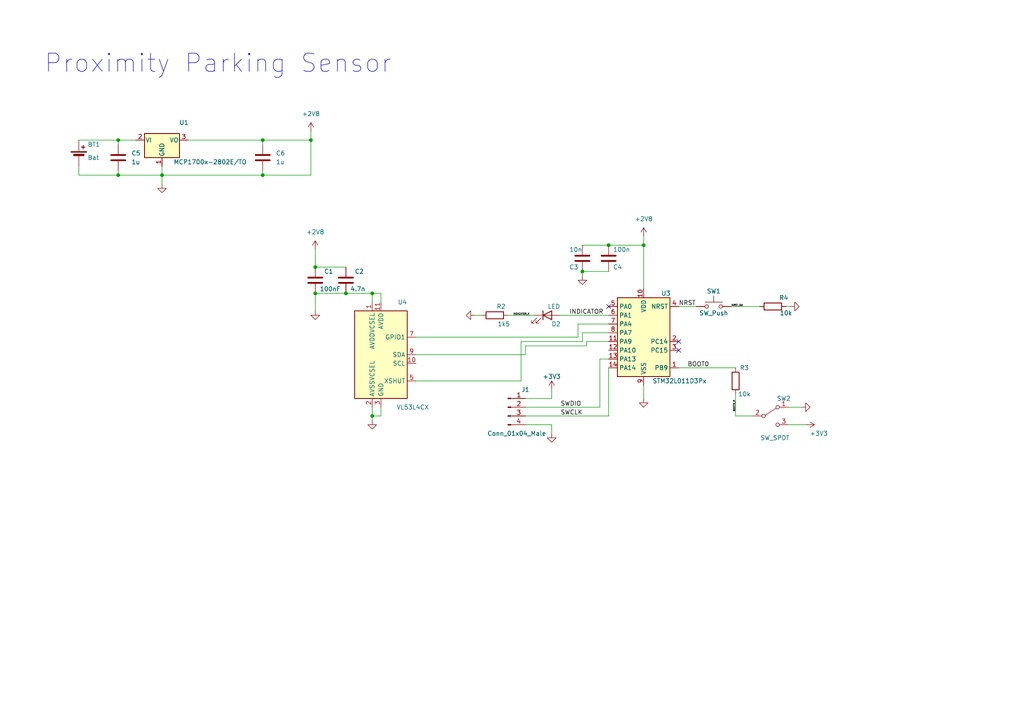
<source format=kicad_sch>
(kicad_sch (version 20230121) (generator eeschema)
  (paper "A4")
  (title_block (title "Proximity Parking Sensor") (date "2023-08-08") (rev "0.1") (company "Moritz Reinhard Hüllmann"))
  (lib_symbols
    (symbol "Connector:Conn_01x04_Male" (pin_names (offset 1.016) hide)
      (property "Reference" "J" (at 0 5.08 0))
      (property "Value" "Conn_01x04_Male" (at 0 -7.62 0))
      (symbol "Conn_01x04_Male_1_1"
        (polyline (pts (xy 1.27 -5.08) (xy 0.8636 -5.08)) (stroke (width 0.1524)))
        (polyline (pts (xy 1.27 -2.54) (xy 0.8636 -2.54)) (stroke (width 0.1524)))
        (polyline (pts (xy 1.27 0) (xy 0.8636 0)) (stroke (width 0.1524)))
        (polyline (pts (xy 1.27 2.54) (xy 0.8636 2.54)) (stroke (width 0.1524)))
        (rectangle (start 0.8636 -4.953) (end 0 -5.207) (stroke (width 0.1524)) (fill (type outline)))
        (rectangle (start 0.8636 -2.413) (end 0 -2.667) (stroke (width 0.1524)) (fill (type outline)))
        (rectangle (start 0.8636 0.127) (end 0 -0.127) (stroke (width 0.1524)) (fill (type outline)))
        (rectangle (start 0.8636 2.667) (end 0 2.413) (stroke (width 0.1524)) (fill (type outline)))
        (pin passive line (at 5.08 2.54 180) (length 3.81) (name "Pin_1") (number "1"))
        (pin passive line (at 5.08 0 180) (length 3.81) (name "Pin_2") (number "2"))
        (pin passive line (at 5.08 -2.54 180) (length 3.81) (name "Pin_3") (number "3"))
        (pin passive line (at 5.08 -5.08 180) (length 3.81) (name "Pin_4") (number "4"))
      )
    )
    (symbol "Device:Battery_Cell" (pin_numbers hide) (pin_names (offset 0) hide)
      (property "Reference" "BT" (at 2.54 2.54 0))
      (property "Value" "Battery_Cell" (at 2.54 0 0))
      (symbol "Battery_Cell_0_1"
        (rectangle (start -2.286 1.778) (end 2.286 1.524) (fill (type outline)))
        (rectangle (start -1.524 1.016) (end 1.524 0.508) (fill (type outline)))
        (polyline (pts (xy 0 0.762) (xy 0 0)))
        (polyline (pts (xy 0 1.778) (xy 0 2.54)))
        (polyline (pts (xy 0.762 3.048) (xy 1.778 3.048)) (stroke (width 0.254)))
        (polyline (pts (xy 1.27 3.556) (xy 1.27 2.54)) (stroke (width 0.254)))
      )
      (symbol "Battery_Cell_1_1"
        (pin passive line (at 0 5.08 270) (length 2.54) (name "+") (number "1"))
        (pin passive line (at 0 -2.54 90) (length 2.54) (name "-") (number "2"))
      )
    )
    (symbol "Device:C" (pin_numbers hide) (pin_names (offset 0.254))
      (property "Reference" "C" (at 0.635 2.54 0))
      (property "Value" "C" (at 0.635 -2.54 0))
      (symbol "C_0_1"
        (polyline (pts (xy -2.032 -0.762) (xy 2.032 -0.762)) (stroke (width 0.508)))
        (polyline (pts (xy -2.032 0.762) (xy 2.032 0.762)) (stroke (width 0.508)))
      )
      (symbol "C_1_1"
        (pin passive line (at 0 3.81 270) (length 2.794) (name "~") (number "1"))
        (pin passive line (at 0 -3.81 90) (length 2.794) (name "~") (number "2"))
      )
    )
    (symbol "Device:LED" (pin_numbers hide) (pin_names (offset 1.016) hide)
      (property "Reference" "D" (at 0 2.54 0))
      (property "Value" "LED" (at 0 -2.54 0))
      (symbol "LED_0_1"
        (polyline (pts (xy -1.27 -1.27) (xy -1.27 1.27)) (stroke (width 0.254)))
        (polyline (pts (xy -1.27 0) (xy 1.27 0)))
        (polyline (pts (xy 1.27 -1.27) (xy 1.27 1.27) (xy -1.27 0) (xy 1.27 -1.27)) (stroke (width 0.254)))
        (polyline (pts (xy -3.048 -0.762) (xy -4.572 -2.286) (xy -3.81 -2.286) (xy -4.572 -2.286) (xy -4.572 -1.524)))
        (polyline (pts (xy -1.778 -0.762) (xy -3.302 -2.286) (xy -2.54 -2.286) (xy -3.302 -2.286) (xy -3.302 -1.524)))
      )
      (symbol "LED_1_1"
        (pin passive line (at -3.81 0 0) (length 2.54) (name "K") (number "1"))
        (pin passive line (at 3.81 0 180) (length 2.54) (name "A") (number "2"))
      )
    )
    (symbol "Device:R" (pin_numbers hide) (pin_names (offset 0))
      (property "Reference" "R" (at 2.032 0 90))
      (property "Value" "R" (at 0 0 90))
      (symbol "R_0_1"
        (rectangle (start -1.016 -2.54) (end 1.016 2.54) (stroke (width 0.254)))
      )
      (symbol "R_1_1"
        (pin passive line (at 0 3.81 270) (length 1.27) (name "~") (number "1"))
        (pin passive line (at 0 -3.81 90) (length 1.27) (name "~") (number "2"))
      )
    )
    (symbol "MCU_ST_STM32L0:STM32L011D3Px"
      (property "Reference" "U" (at -7.62 11.43 0))
      (property "Value" "STM32L011D3Px" (at 2.54 11.43 0))
      (symbol "STM32L011D3Px_0_1"
        (rectangle (start -7.62 -12.7) (end 7.62 10.16) (stroke (width 0.254)) (fill (type background)))
      )
      (symbol "STM32L011D3Px_1_1"
        (pin bidirectional line (at -10.16 -10.16 0) (length 2.54) (name "PB9") (number "1"))
        (pin power_in line (at 0 12.7 270) (length 2.54) (name "VDD") (number "10"))
        (pin bidirectional line (at 10.16 -2.54 180) (length 2.54) (name "PA9") (number "11"))
        (pin bidirectional line (at 10.16 -5.08 180) (length 2.54) (name "PA10") (number "12"))
        (pin bidirectional line (at 10.16 -7.62 180) (length 2.54) (name "PA13") (number "13"))
        (pin bidirectional line (at 10.16 -10.16 180) (length 2.54) (name "PA14") (number "14"))
        (pin bidirectional line (at -10.16 -2.54 0) (length 2.54) (name "PC14") (number "2"))
        (pin bidirectional line (at -10.16 -5.08 0) (length 2.54) (name "PC15") (number "3"))
        (pin input line (at -10.16 7.62 0) (length 2.54) (name "NRST") (number "4"))
        (pin bidirectional line (at 10.16 7.62 180) (length 2.54) (name "PA0") (number "5"))
        (pin bidirectional line (at 10.16 5.08 180) (length 2.54) (name "PA1") (number "6"))
        (pin bidirectional line (at 10.16 2.54 180) (length 2.54) (name "PA4") (number "7"))
        (pin bidirectional line (at 10.16 0 180) (length 2.54) (name "PA7") (number "8"))
        (pin power_in line (at 0 -15.24 90) (length 2.54) (name "VSS") (number "9"))
      )
    )
    (symbol "Regulator_Linear:MCP1700x-280xxTO" (pin_names (offset 0.254))
      (property "Reference" "U" (at -3.81 -3.175 0))
      (property "Value" "MCP1700x-280xxTO" (at 0 -3.175 0))
      (symbol "MCP1700x-280xxTO_0_1"
        (rectangle (start -5.08 5.08) (end 5.08 -1.905) (stroke (width 0.254)) (fill (type background)))
      )
      (symbol "MCP1700x-280xxTO_1_1"
        (pin power_in line (at 0 7.62 270) (length 2.54) (name "GND") (number "1"))
        (pin power_in line (at -7.62 0 0) (length 2.54) (name "VI") (number "2"))
        (pin power_out line (at 7.62 0 180) (length 2.54) (name "VO") (number "3"))
      )
    )
    (symbol "Sensor_Distance:VL53L1CXV0FY1"
      (property "Reference" "U" (at -6.35 13.97 0))
      (property "Value" "VL53L1CXV0FY1" (at 12.065 13.97 0))
      (symbol "VL53L1CXV0FY1_0_1"
        (rectangle (start -7.62 12.7) (end 7.62 -12.7) (stroke (width 0.254)) (fill (type background)))
      )
      (symbol "VL53L1CXV0FY1_1_1"
        (pin power_in line (at 2.54 15.24 270) (length 2.54) (name "AVDDVCSEL") (number "1"))
        (pin input line (at -10.16 -2.54 0) (length 2.54) (name "SCL") (number "10"))
        (pin power_in line (at 0 15.24 270) (length 2.54) (name "AVDD") (number "11"))
        (pin passive line (at 0 -15.24 90) (length 2.54) hide (name "GND") (number "12"))
        (pin power_in line (at 2.54 -15.24 90) (length 2.54) (name "AVSSVCSEL") (number "2"))
        (pin power_in line (at 0 -15.24 90) (length 2.54) (name "GND") (number "3"))
        (pin passive line (at 0 -15.24 90) (length 2.54) hide (name "GND") (number "4"))
        (pin input line (at -10.16 -7.62 0) (length 2.54) (name "XSHUT") (number "5"))
        (pin passive line (at 0 -15.24 90) (length 2.54) hide (name "GND") (number "6"))
        (pin open_collector line (at -10.16 5.08 0) (length 2.54) (name "GPIO1") (number "7"))
        (pin no_connect line (at -7.62 7.62 0) (length 2.54) hide (name "DNC") (number "8"))
        (pin bidirectional line (at -10.16 0 0) (length 2.54) (name "SDA") (number "9"))
      )
    )
    (symbol "Switch:SW_Push" (pin_numbers hide) (pin_names (offset 1.016) hide)
      (property "Reference" "SW" (at 1.27 2.54 0))
      (property "Value" "SW_Push" (at 0 -1.524 0))
      (symbol "SW_Push_0_1"
        (circle (center -2.032 0) (radius 0.508))
        (polyline (pts (xy 0 1.27) (xy 0 3.048)))
        (polyline (pts (xy 2.54 1.27) (xy -2.54 1.27)))
        (circle (center 2.032 0) (radius 0.508))
        (pin passive line (at -5.08 0 0) (length 2.54) (name "1") (number "1"))
        (pin passive line (at 5.08 0 180) (length 2.54) (name "2") (number "2"))
      )
    )
    (symbol "Switch:SW_SPDT" (pin_names (offset 0) hide)
      (property "Reference" "SW" (at 0 4.318 0))
      (property "Value" "SW_SPDT" (at 0 -5.08 0))
      (symbol "SW_SPDT_0_0"
        (circle (center -2.032 0) (radius 0.508))
        (circle (center 2.032 -2.54) (radius 0.508))
      )
      (symbol "SW_SPDT_0_1"
        (polyline (pts (xy -1.524 0.254) (xy 1.651 2.286)))
        (circle (center 2.032 2.54) (radius 0.508))
      )
      (symbol "SW_SPDT_1_1"
        (pin passive line (at 5.08 2.54 180) (length 2.54) (name "A") (number "1"))
        (pin passive line (at -5.08 0 0) (length 2.54) (name "B") (number "2"))
        (pin passive line (at 5.08 -2.54 180) (length 2.54) (name "C") (number "3"))
      )
    )
    (symbol "power:+2V8" (power) (pin_names (offset 0))
      (property "Value" "+2V8" (at 0 3.556 0))
      (symbol "+2V8_0_1"
        (polyline (pts (xy -0.762 1.27) (xy 0 2.54)))
        (polyline (pts (xy 0 0) (xy 0 2.54)))
        (polyline (pts (xy 0 2.54) (xy 0.762 1.27)))
      )
      (symbol "+2V8_1_1"
        (pin power_in line (at 0 0 90) (length 0) hide (name "+2V8") (number "1"))
      )
    )
    (symbol "power:+3V3" (power) (pin_names (offset 0))
      (property "Value" "+3V3" (at 0 3.556 0))
      (symbol "+3V3_0_1"
        (polyline (pts (xy -0.762 1.27) (xy 0 2.54)))
        (polyline (pts (xy 0 0) (xy 0 2.54)))
        (polyline (pts (xy 0 2.54) (xy 0.762 1.27)))
      )
      (symbol "+3V3_1_1"
        (pin power_in line (at 0 0 90) (length 0) hide (name "+3V3") (number "1"))
      )
    )
    (symbol "power:GND" (power) (pin_names (offset 0))
      (property "Value" "GND" (at 0 -3.81 0))
      (symbol "GND_0_1"
        (polyline (pts (xy 0 0) (xy 0 -1.27) (xy 1.27 -1.27) (xy 0 -2.54) (xy -1.27 -1.27) (xy 0 -1.27)))
      )
      (symbol "GND_1_1"
        (pin power_in line (at 0 0 270) (length 0) hide (name "GND") (number "1"))
      )
    )
  )
  (junction (at 168.91 78.74))
  (junction (at 100.33 85.09))
  (junction (at 34.29 40.64))
  (junction (at 91.44 85.09))
  (junction (at 76.2 40.64))
  (junction (at 107.95 85.09))
  (junction (at 186.69 71.12))
  (junction (at 91.44 77.47))
  (junction (at 90.17 40.64))
  (junction (at 176.53 71.12))
  (junction (at 34.29 50.8))
  (junction (at 76.2 50.8))
  (junction (at 107.95 120.65))
  (junction (at 46.99 50.8))
  (no_connect (at 176.53 88.9))
  (no_connect (at 196.85 99.06))
  (no_connect (at 196.85 101.6))
  (wire (pts (xy 90.17 50.8) (xy 76.2 50.8)))
  (wire (pts (xy 196.85 106.68) (xy 213.36 106.68)))
  (wire (pts (xy 196.85 88.9) (xy 201.93 88.9)))
  (wire (pts (xy 120.65 97.79) (xy 167.64 97.79)))
  (wire (pts (xy 110.49 120.65) (xy 107.95 120.65)))
  (wire (pts (xy 147.32 91.44) (xy 154.94 91.44)))
  (wire (pts (xy 228.6 118.11) (xy 232.41 118.11)))
  (wire (pts (xy 176.53 104.14) (xy 173.99 104.14)))
  (wire (pts (xy 110.49 118.11) (xy 110.49 120.65)))
  (wire (pts (xy 152.4 120.65) (xy 176.53 120.65)))
  (wire (pts (xy 152.4 118.11) (xy 173.99 118.11)))
  (wire (pts (xy 90.17 38.1) (xy 90.17 40.64)))
  (wire (pts (xy 120.65 102.87) (xy 152.4 102.87)))
  (wire (pts (xy 107.95 85.09) (xy 110.49 85.09)))
  (wire (pts (xy 160.02 113.03) (xy 160.02 115.57)))
  (wire (pts (xy 212.09 88.9) (xy 220.345 88.9)))
  (wire (pts (xy 152.4 123.19) (xy 160.02 123.19)))
  (wire (pts (xy 91.44 85.09) (xy 100.33 85.09)))
  (wire (pts (xy 46.99 48.26) (xy 46.99 50.8)))
  (wire (pts (xy 90.17 40.64) (xy 90.17 50.8)))
  (wire (pts (xy 167.64 97.79) (xy 167.64 93.98)))
  (wire (pts (xy 168.91 78.74) (xy 168.91 80.01)))
  (wire (pts (xy 152.4 102.87) (xy 152.4 100.33)))
  (wire (pts (xy 167.64 93.98) (xy 176.53 93.98)))
  (wire (pts (xy 46.99 50.8) (xy 46.99 53.34)))
  (wire (pts (xy 186.69 71.12) (xy 186.69 83.82)))
  (wire (pts (xy 34.29 49.53) (xy 34.29 50.8)))
  (wire (pts (xy 137.795 91.44) (xy 139.7 91.44)))
  (wire (pts (xy 176.53 71.12) (xy 186.69 71.12)))
  (wire (pts (xy 91.44 85.09) (xy 91.44 90.17)))
  (wire (pts (xy 213.36 120.65) (xy 218.44 120.65)))
  (wire (pts (xy 110.49 85.09) (xy 110.49 87.63)))
  (wire (pts (xy 173.99 104.14) (xy 173.99 118.11)))
  (wire (pts (xy 34.29 50.8) (xy 46.99 50.8)))
  (wire (pts (xy 76.2 40.64) (xy 90.17 40.64)))
  (wire (pts (xy 152.4 100.33) (xy 170.18 100.33)))
  (wire (pts (xy 91.44 72.39) (xy 91.44 77.47)))
  (wire (pts (xy 168.91 78.74) (xy 176.53 78.74)))
  (wire (pts (xy 170.18 99.06) (xy 176.53 99.06)))
  (wire (pts (xy 34.29 40.64) (xy 34.29 41.91)))
  (wire (pts (xy 54.61 40.64) (xy 76.2 40.64)))
  (wire (pts (xy 22.86 50.8) (xy 34.29 50.8)))
  (wire (pts (xy 22.86 48.26) (xy 22.86 50.8)))
  (wire (pts (xy 168.91 99.06) (xy 168.91 96.52)))
  (wire (pts (xy 186.69 68.58) (xy 186.69 71.12)))
  (wire (pts (xy 107.95 120.65) (xy 107.95 121.92)))
  (wire (pts (xy 100.33 85.09) (xy 107.95 85.09)))
  (wire (pts (xy 107.95 85.09) (xy 107.95 87.63)))
  (wire (pts (xy 170.18 100.33) (xy 170.18 99.06)))
  (wire (pts (xy 151.13 99.06) (xy 168.91 99.06)))
  (wire (pts (xy 76.2 40.64) (xy 76.2 41.91)))
  (wire (pts (xy 160.02 123.19) (xy 160.02 125.73)))
  (wire (pts (xy 22.86 40.64) (xy 34.29 40.64)))
  (wire (pts (xy 151.13 110.49) (xy 151.13 99.06)))
  (wire (pts (xy 120.65 110.49) (xy 151.13 110.49)))
  (wire (pts (xy 76.2 50.8) (xy 46.99 50.8)))
  (wire (pts (xy 168.91 96.52) (xy 176.53 96.52)))
  (wire (pts (xy 91.44 77.47) (xy 100.33 77.47)))
  (wire (pts (xy 162.56 91.44) (xy 176.53 91.44)))
  (wire (pts (xy 107.95 118.11) (xy 107.95 120.65)))
  (wire (pts (xy 227.965 88.9) (xy 229.235 88.9)))
  (wire (pts (xy 168.91 71.12) (xy 176.53 71.12)))
  (wire (pts (xy 213.36 120.65) (xy 213.36 114.3)))
  (wire (pts (xy 34.29 40.64) (xy 39.37 40.64)))
  (wire (pts (xy 160.02 115.57) (xy 152.4 115.57)))
  (wire (pts (xy 228.6 123.19) (xy 233.68 123.19)))
  (wire (pts (xy 176.53 106.68) (xy 176.53 120.65)))
  (wire (pts (xy 76.2 49.53) (xy 76.2 50.8)))
  (wire (pts (xy 186.69 111.76) (xy 186.69 115.57)))
  (text "Proximity Parking Sensor" (at 12.7 21.59 0) (effects (font (size 5.27 5.27)) (justify left bottom)))
  (label "INDICATOR_K" (at 153.67 91.44 180) (effects (font (size 0.5 0.5))))
  (label "BOOT0_R" (at 213.36 119.38 90) (effects (font (size 0.5 0.5))))
  (label "SWCLK" (at 162.56 120.65 0))
  (label "SWDIO" (at 162.56 118.11 0))
  (label "INDICATOR" (at 165.1 91.44 0))
  (label "BOOT0" (at 199.39 106.68 0))
  (label "NRST_SW" (at 212.09 88.9 0) (effects (font (size 0.5 0.5))))
  (label "NRST" (at 196.85 88.9 0))
  (symbol (lib_id "Device:C") (at 168.91 74.93 0) (mirror x) (unit 1)
    (property "Reference" "C3" (at 165.1 77.47 0) (effects (justify left)))
    (property "Value" "10n" (at 165.1 72.39 0) (effects (justify left)))
  )
  (symbol (lib_id "Connector:Conn_01x04_Male") (at 147.32 118.11 0) (unit 1)
    (property "Reference" "J1" (at 152.4 113.03 0))
    (property "Value" "Conn_01x04_Male" (at 149.86 125.73 0))
  )
  (symbol (lib_id "power:GND") (at 168.91 80.01 0) (unit 1)
    (property "Reference" "#PWR0115" (effects hide))
    (property "Value" "GND" (effects hide))
  )
  (symbol (lib_id "Device:LED") (at 158.75 91.44 0) (unit 1)
    (property "Reference" "D2" (at 161.29 93.98 0))
    (property "Value" "LED" (at 160.655 88.9 0))
  )
  (symbol (lib_id "power:GND") (at 46.99 53.34 0) (unit 1)
    (property "Reference" "#PWR04" (effects hide))
    (property "Value" "GND" (effects hide))
  )
  (symbol (lib_id "Sensor_Distance:VL53L1CXV0FY1") (at 110.49 102.87 0) (mirror y) (unit 1)
    (property "Reference" "U4" (at 118.11 87.63 0) (effects (justify left)))
    (property "Value" "VL53L4CX" (at 124.46 118.11 0) (effects (justify left)))
    (property "Footprint" "Sensor_Distance:ST_VL53L1x" (effects hide))
    (property "Datasheet" "https://www.st.com/resource/en/datasheet/vl53l1x.pdf" (effects hide))
  )
  (symbol (lib_id "Switch:SW_Push") (at 207.01 88.9 0) (unit 1)
    (property "Reference" "SW1" (at 207.01 84.455 0))
    (property "Value" "SW_Push" (at 207.01 90.805 0))
  )
  (symbol (lib_id "power:GND") (at 186.69 115.57 0) (unit 1)
    (property "Reference" "#PWR0113" (effects hide))
    (property "Value" "GND" (effects hide))
  )
  (symbol (lib_id "power:+3V3") (at 160.02 113.03 0) (unit 1)
    (property "Reference" "#PWR0102" (effects hide))
    (property "Value" "+3V3" (at 160.02 109.22 0))
  )
  (symbol (lib_id "Device:C") (at 91.44 81.28 0) (unit 1)
    (property "Reference" "C1" (at 93.98 78.74 0) (effects (justify left)))
    (property "Value" "100nF" (at 92.71 83.82 0) (effects (justify left)))
  )
  (symbol (lib_id "Device:C") (at 176.53 74.93 0) (mirror x) (unit 1)
    (property "Reference" "C4" (at 177.8 77.47 0) (effects (justify left)))
    (property "Value" "100n" (at 177.8 72.39 0) (effects (justify left)))
  )
  (symbol (lib_id "Device:C") (at 100.33 81.28 0) (unit 1)
    (property "Reference" "C2" (at 102.87 78.74 0) (effects (justify left)))
    (property "Value" "4.7n" (at 101.6 83.82 0) (effects (justify left)))
  )
  (symbol (lib_id "power:+2V8") (at 90.17 38.1 0) (unit 1)
    (property "Reference" "#PWR06" (effects hide))
    (property "Value" "+2V8" (at 90.17 33.02 0))
  )
  (symbol (lib_id "MCU_ST_STM32L0:STM32L011D3Px") (at 186.69 96.52 0) (mirror y) (unit 1)
    (property "Reference" "U3" (at 191.77 85.09 0) (effects (justify right)))
    (property "Value" "STM32L011D3Px" (at 189.23 110.49 0) (effects (justify right)))
    (property "Footprint" "Package_SO:TSSOP-14_4.4x5mm_P0.65mm" (effects hide))
    (property "Datasheet" "http://www.st.com/st-web-ui/static/active/en/resource/technical/document/datasheet/DM00206508.pdf" (effects hide))
  )
  (symbol (lib_id "power:+2V8") (at 186.69 68.58 0) (unit 1)
    (property "Reference" "#PWR01" (effects hide))
    (property "Value" "+2V8" (at 186.69 63.5 0))
  )
  (symbol (lib_id "power:GND") (at 91.44 90.17 0) (unit 1)
    (property "Reference" "#PWR03" (effects hide))
    (property "Value" "GND" (effects hide))
  )
  (symbol (lib_id "power:GND") (at 232.41 118.11 90) (mirror x) (unit 1)
    (property "Reference" "#PWR0111" (effects hide))
    (property "Value" "GND" (effects hide))
  )
  (symbol (lib_id "power:GND") (at 107.95 121.92 0) (unit 1)
    (property "Reference" "#PWR02" (effects hide))
    (property "Value" "GND" (effects hide))
  )
  (symbol (lib_id "power:GND") (at 137.795 91.44 270) (unit 1)
    (property "Reference" "#PWR0114" (effects hide))
    (property "Value" "GND" (effects hide))
  )
  (symbol (lib_id "Switch:SW_SPDT") (at 223.52 120.65 0) (unit 1)
    (property "Reference" "SW2" (at 227.33 115.57 0))
    (property "Value" "SW_SPDT" (at 224.79 127 0))
  )
  (symbol (lib_id "power:GND") (at 160.02 125.73 0) (mirror y) (unit 1)
    (property "Reference" "#PWR0101" (effects hide))
    (property "Value" "GND" (effects hide))
  )
  (symbol (lib_id "power:GND") (at 229.235 88.9 90) (mirror x) (unit 1)
    (property "Reference" "#PWR0108" (effects hide))
    (property "Value" "GND" (effects hide))
  )
  (symbol (lib_id "Device:R") (at 143.51 91.44 90) (unit 1)
    (property "Reference" "R2" (at 146.685 88.9 90) (effects (justify left)))
    (property "Value" "1k5" (at 147.955 93.98 90) (effects (justify left)))
  )
  (symbol (lib_id "Device:Battery_Cell") (at 22.86 45.72 0) (unit 1)
    (property "Reference" "BT1" (at 25.4 41.91 0) (effects (justify left)))
    (property "Value" "Bat" (at 25.4 45.72 0) (effects (justify left)))
  )
  (symbol (lib_id "Device:R") (at 224.155 88.9 90) (unit 1)
    (property "Reference" "R4" (at 227.33 86.36 90))
    (property "Value" "10k" (at 227.965 90.805 90))
  )
  (symbol (lib_id "power:+2V8") (at 91.44 72.39 0) (unit 1)
    (property "Reference" "#PWR05" (effects hide))
    (property "Value" "+2V8" (at 91.44 67.31 0))
  )
  (symbol (lib_id "Device:R") (at 213.36 110.49 0) (unit 1)
    (property "Reference" "R3" (at 215.9 106.68 0))
    (property "Value" "10k" (at 215.9 114.3 0))
  )
  (symbol (lib_id "Device:C") (at 76.2 45.72 0) (unit 1)
    (property "Reference" "C6" (at 80.01 44.45 0) (effects (justify left)))
    (property "Value" "1u" (at 80.01 46.99 0) (effects (justify left)))
  )
  (symbol (lib_id "power:+3V3") (at 233.68 123.19 270) (unit 1)
    (property "Reference" "#PWR0112" (effects hide))
    (property "Value" "+3V3" (at 237.49 125.73 90))
  )
  (symbol (lib_id "Regulator_Linear:MCP1700x-280xxTO") (at 46.99 40.64 0) (mirror x) (unit 1)
    (property "Reference" "U1" (at 53.34 35.56 0))
    (property "Value" "MCP1700x-2802E/TO" (at 60.96 46.99 0))
    (property "Footprint" "Package_TO_SOT_THT:TO-92_Inline" (effects hide))
    (property "Datasheet" "http://ww1.microchip.com/downloads/en/DeviceDoc/20001826D.pdf" (effects hide))
  )
  (symbol (lib_id "Device:C") (at 34.29 45.72 0) (unit 1)
    (property "Reference" "C5" (at 38.1 44.45 0) (effects (justify left)))
    (property "Value" "1u" (at 38.1 46.99 0) (effects (justify left)))
  )
)
</source>
